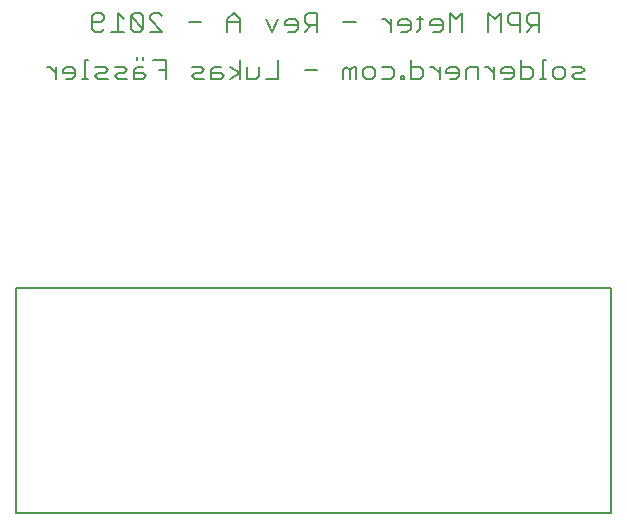
<source format=gbo>
G75*
%MOIN*%
%OFA0B0*%
%FSLAX25Y25*%
%IPPOS*%
%LPD*%
%AMOC8*
5,1,8,0,0,1.08239X$1,22.5*
%
%ADD10C,0.00800*%
%ADD11C,0.00600*%
D10*
X0064486Y0186935D02*
X0064486Y0191072D01*
X0064486Y0189004D02*
X0062417Y0191072D01*
X0061383Y0191072D01*
X0066794Y0190038D02*
X0066794Y0189004D01*
X0070931Y0189004D01*
X0070931Y0187970D02*
X0070931Y0190038D01*
X0069897Y0191072D01*
X0067828Y0191072D01*
X0066794Y0190038D01*
X0067828Y0186935D02*
X0069897Y0186935D01*
X0070931Y0187970D01*
X0073160Y0186935D02*
X0075228Y0186935D01*
X0074194Y0186935D02*
X0074194Y0193141D01*
X0075228Y0193141D01*
X0077537Y0191072D02*
X0080639Y0191072D01*
X0081673Y0190038D01*
X0080639Y0189004D01*
X0078571Y0189004D01*
X0077537Y0187970D01*
X0078571Y0186935D01*
X0081673Y0186935D01*
X0083982Y0187970D02*
X0085016Y0189004D01*
X0087085Y0189004D01*
X0088119Y0190038D01*
X0087085Y0191072D01*
X0083982Y0191072D01*
X0083982Y0187970D02*
X0085016Y0186935D01*
X0088119Y0186935D01*
X0090428Y0186935D02*
X0090428Y0190038D01*
X0091462Y0191072D01*
X0093530Y0191072D01*
X0093530Y0189004D02*
X0090428Y0189004D01*
X0090428Y0186935D02*
X0093530Y0186935D01*
X0094564Y0187970D01*
X0093530Y0189004D01*
X0093530Y0193141D02*
X0093530Y0194175D01*
X0091462Y0194175D02*
X0091462Y0193141D01*
X0096873Y0193141D02*
X0101010Y0193141D01*
X0101010Y0186935D01*
X0101010Y0190038D02*
X0098942Y0190038D01*
X0109764Y0191072D02*
X0112867Y0191072D01*
X0113901Y0190038D01*
X0112867Y0189004D01*
X0110798Y0189004D01*
X0109764Y0187970D01*
X0110798Y0186935D01*
X0113901Y0186935D01*
X0116210Y0186935D02*
X0116210Y0190038D01*
X0117244Y0191072D01*
X0119312Y0191072D01*
X0119312Y0189004D02*
X0116210Y0189004D01*
X0116210Y0186935D02*
X0119312Y0186935D01*
X0120346Y0187970D01*
X0119312Y0189004D01*
X0122615Y0191072D02*
X0125718Y0189004D01*
X0122615Y0186935D01*
X0125718Y0186935D02*
X0125718Y0193141D01*
X0128026Y0191072D02*
X0128026Y0186935D01*
X0131129Y0186935D01*
X0132163Y0187970D01*
X0132163Y0191072D01*
X0134472Y0186935D02*
X0138609Y0186935D01*
X0138609Y0193141D01*
X0147363Y0190038D02*
X0151500Y0190038D01*
X0160254Y0190038D02*
X0160254Y0186935D01*
X0162322Y0186935D02*
X0162322Y0190038D01*
X0161288Y0191072D01*
X0160254Y0190038D01*
X0162322Y0190038D02*
X0163356Y0191072D01*
X0164391Y0191072D01*
X0164391Y0186935D01*
X0166699Y0187970D02*
X0166699Y0190038D01*
X0167734Y0191072D01*
X0169802Y0191072D01*
X0170836Y0190038D01*
X0170836Y0187970D01*
X0169802Y0186935D01*
X0167734Y0186935D01*
X0166699Y0187970D01*
X0173145Y0186935D02*
X0176247Y0186935D01*
X0177282Y0187970D01*
X0177282Y0190038D01*
X0176247Y0191072D01*
X0173145Y0191072D01*
X0179470Y0187970D02*
X0179470Y0186935D01*
X0180504Y0186935D01*
X0180504Y0187970D01*
X0179470Y0187970D01*
X0182813Y0186935D02*
X0185916Y0186935D01*
X0186950Y0187970D01*
X0186950Y0190038D01*
X0185916Y0191072D01*
X0182813Y0191072D01*
X0182813Y0193141D02*
X0182813Y0186935D01*
X0189219Y0191072D02*
X0190253Y0191072D01*
X0192321Y0189004D01*
X0192321Y0191072D02*
X0192321Y0186935D01*
X0194630Y0189004D02*
X0194630Y0190038D01*
X0195664Y0191072D01*
X0197732Y0191072D01*
X0198767Y0190038D01*
X0198767Y0187970D01*
X0197732Y0186935D01*
X0195664Y0186935D01*
X0194630Y0189004D02*
X0198767Y0189004D01*
X0201075Y0190038D02*
X0201075Y0186935D01*
X0201075Y0190038D02*
X0202110Y0191072D01*
X0205212Y0191072D01*
X0205212Y0186935D01*
X0207481Y0191072D02*
X0208515Y0191072D01*
X0210583Y0189004D01*
X0210583Y0191072D02*
X0210583Y0186935D01*
X0212892Y0189004D02*
X0212892Y0190038D01*
X0213926Y0191072D01*
X0215995Y0191072D01*
X0217029Y0190038D01*
X0217029Y0187970D01*
X0215995Y0186935D01*
X0213926Y0186935D01*
X0212892Y0189004D02*
X0217029Y0189004D01*
X0219338Y0191072D02*
X0222440Y0191072D01*
X0223474Y0190038D01*
X0223474Y0187970D01*
X0222440Y0186935D01*
X0219338Y0186935D01*
X0219338Y0193141D01*
X0226737Y0193141D02*
X0226737Y0186935D01*
X0227771Y0186935D02*
X0225703Y0186935D01*
X0230080Y0187970D02*
X0230080Y0190038D01*
X0231114Y0191072D01*
X0233183Y0191072D01*
X0234217Y0190038D01*
X0234217Y0187970D01*
X0233183Y0186935D01*
X0231114Y0186935D01*
X0230080Y0187970D01*
X0227771Y0193141D02*
X0226737Y0193141D01*
X0236526Y0191072D02*
X0239628Y0191072D01*
X0240662Y0190038D01*
X0239628Y0189004D01*
X0237560Y0189004D01*
X0236526Y0187970D01*
X0237560Y0186935D01*
X0240662Y0186935D01*
X0225623Y0202683D02*
X0225623Y0208889D01*
X0222520Y0208889D01*
X0221486Y0207855D01*
X0221486Y0205786D01*
X0222520Y0204752D01*
X0225623Y0204752D01*
X0223554Y0204752D02*
X0221486Y0202683D01*
X0219177Y0202683D02*
X0219177Y0208889D01*
X0216075Y0208889D01*
X0215041Y0207855D01*
X0215041Y0205786D01*
X0216075Y0204752D01*
X0219177Y0204752D01*
X0212732Y0202683D02*
X0212732Y0208889D01*
X0210663Y0206820D01*
X0208595Y0208889D01*
X0208595Y0202683D01*
X0199841Y0202683D02*
X0199841Y0208889D01*
X0197772Y0206820D01*
X0195704Y0208889D01*
X0195704Y0202683D01*
X0193395Y0203718D02*
X0193395Y0205786D01*
X0192361Y0206820D01*
X0190293Y0206820D01*
X0189259Y0205786D01*
X0189259Y0204752D01*
X0193395Y0204752D01*
X0193395Y0203718D02*
X0192361Y0202683D01*
X0190293Y0202683D01*
X0185916Y0203718D02*
X0184881Y0202683D01*
X0185916Y0203718D02*
X0185916Y0207855D01*
X0186950Y0206820D02*
X0184881Y0206820D01*
X0182653Y0205786D02*
X0182653Y0203718D01*
X0181619Y0202683D01*
X0179550Y0202683D01*
X0178516Y0204752D02*
X0182653Y0204752D01*
X0182653Y0205786D02*
X0181619Y0206820D01*
X0179550Y0206820D01*
X0178516Y0205786D01*
X0178516Y0204752D01*
X0176207Y0204752D02*
X0174139Y0206820D01*
X0173105Y0206820D01*
X0176207Y0206820D02*
X0176207Y0202683D01*
X0164391Y0205786D02*
X0160254Y0205786D01*
X0151500Y0204752D02*
X0148397Y0204752D01*
X0147363Y0205786D01*
X0147363Y0207855D01*
X0148397Y0208889D01*
X0151500Y0208889D01*
X0151500Y0202683D01*
X0149431Y0204752D02*
X0147363Y0202683D01*
X0145054Y0203718D02*
X0145054Y0205786D01*
X0144020Y0206820D01*
X0141952Y0206820D01*
X0140917Y0205786D01*
X0140917Y0204752D01*
X0145054Y0204752D01*
X0145054Y0203718D02*
X0144020Y0202683D01*
X0141952Y0202683D01*
X0138609Y0206820D02*
X0136540Y0202683D01*
X0134472Y0206820D01*
X0125718Y0206820D02*
X0125718Y0202683D01*
X0125718Y0205786D02*
X0121581Y0205786D01*
X0121581Y0206820D02*
X0121581Y0202683D01*
X0121581Y0206820D02*
X0123649Y0208889D01*
X0125718Y0206820D01*
X0112827Y0205786D02*
X0108690Y0205786D01*
X0099936Y0207855D02*
X0098901Y0208889D01*
X0096833Y0208889D01*
X0095799Y0207855D01*
X0095799Y0206820D01*
X0099936Y0202683D01*
X0095799Y0202683D01*
X0093490Y0203718D02*
X0089353Y0207855D01*
X0089353Y0203718D01*
X0090388Y0202683D01*
X0092456Y0202683D01*
X0093490Y0203718D01*
X0093490Y0207855D01*
X0092456Y0208889D01*
X0090388Y0208889D01*
X0089353Y0207855D01*
X0087045Y0206820D02*
X0084976Y0208889D01*
X0084976Y0202683D01*
X0082908Y0202683D02*
X0087045Y0202683D01*
X0080599Y0203718D02*
X0079565Y0202683D01*
X0077497Y0202683D01*
X0076462Y0203718D01*
X0076462Y0207855D01*
X0077497Y0208889D01*
X0079565Y0208889D01*
X0080599Y0207855D01*
X0080599Y0206820D01*
X0079565Y0205786D01*
X0076462Y0205786D01*
D11*
X0051076Y0117201D02*
X0051076Y0042398D01*
X0249501Y0042398D01*
X0249501Y0117201D01*
X0051076Y0117201D01*
M02*

</source>
